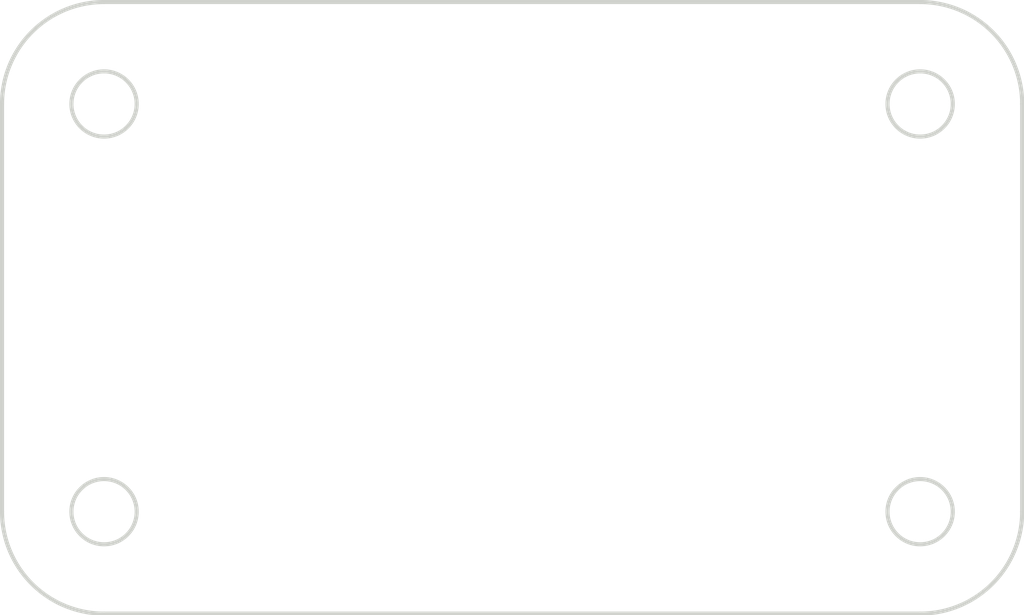
<source format=kicad_pcb>
(kicad_pcb
	(version 20241229)
	(generator "pcbnew")
	(generator_version "9.0")
	(general
		(thickness 1.6)
		(legacy_teardrops no)
	)
	(paper "A4")
	(layers
		(0 "F.Cu" signal)
		(2 "B.Cu" signal)
		(9 "F.Adhes" user "F.Adhesive")
		(11 "B.Adhes" user "B.Adhesive")
		(13 "F.Paste" user)
		(15 "B.Paste" user)
		(5 "F.SilkS" user "F.Silkscreen")
		(7 "B.SilkS" user "B.Silkscreen")
		(1 "F.Mask" user)
		(3 "B.Mask" user)
		(17 "Dwgs.User" user "User.Drawings")
		(19 "Cmts.User" user "User.Comments")
		(21 "Eco1.User" user "User.Eco1")
		(23 "Eco2.User" user "User.Eco2")
		(25 "Edge.Cuts" user)
		(27 "Margin" user)
		(31 "F.CrtYd" user "F.Courtyard")
		(29 "B.CrtYd" user "B.Courtyard")
		(35 "F.Fab" user)
		(33 "B.Fab" user)
		(39 "User.1" user)
		(41 "User.2" user)
		(43 "User.3" user)
		(45 "User.4" user)
	)
	(setup
		(pad_to_mask_clearance 0)
		(allow_soldermask_bridges_in_footprints no)
		(tenting front back)
		(grid_origin 106.75 89.55)
		(pcbplotparams
			(layerselection 0x00000000_00000000_55555555_5755f5ff)
			(plot_on_all_layers_selection 0x00000000_00000000_00000000_00000000)
			(disableapertmacros no)
			(usegerberextensions no)
			(usegerberattributes yes)
			(usegerberadvancedattributes yes)
			(creategerberjobfile yes)
			(dashed_line_dash_ratio 12.000000)
			(dashed_line_gap_ratio 3.000000)
			(svgprecision 4)
			(plotframeref no)
			(mode 1)
			(useauxorigin no)
			(hpglpennumber 1)
			(hpglpenspeed 20)
			(hpglpendiameter 15.000000)
			(pdf_front_fp_property_popups yes)
			(pdf_back_fp_property_popups yes)
			(pdf_metadata yes)
			(pdf_single_document no)
			(dxfpolygonmode yes)
			(dxfimperialunits yes)
			(dxfusepcbnewfont yes)
			(psnegative no)
			(psa4output no)
			(plot_black_and_white yes)
			(sketchpadsonfab no)
			(plotpadnumbers no)
			(hidednponfab no)
			(sketchdnponfab yes)
			(crossoutdnponfab yes)
			(subtractmaskfromsilk no)
			(outputformat 1)
			(mirror no)
			(drillshape 1)
			(scaleselection 1)
			(outputdirectory "")
		)
	)
	(net 0 "")
	(gr_line
		(start 151.75 109.55)
		(end 151.75 89.549999)
		(stroke
			(width 0.2)
			(type default)
		)
		(layer "Edge.Cuts")
		(uuid "0274643f-f4a8-4664-9f9f-fc61de240484")
	)
	(gr_arc
		(start 151.75 109.55)
		(mid 150.285534 113.085534)
		(end 146.750001 114.55)
		(stroke
			(width 0.2)
			(type default)
		)
		(layer "Edge.Cuts")
		(uuid "05d0f113-62c6-4bec-a471-b4e13be39029")
	)
	(gr_circle
		(center 106.75 89.55)
		(end 108.35 89.55)
		(stroke
			(width 0.2)
			(type default)
		)
		(fill no)
		(layer "Edge.Cuts")
		(uuid "199e4b6b-80a3-48f9-9de4-8c03c091aee7")
	)
	(gr_line
		(start 101.75 89.55)
		(end 101.75 109.550001)
		(stroke
			(width 0.2)
			(type default)
		)
		(layer "Edge.Cuts")
		(uuid "2d9743c5-47e2-4c6b-8084-072d0a0d3512")
	)
	(gr_arc
		(start 106.750001 114.55)
		(mid 103.214466 113.085534)
		(end 101.75 109.550001)
		(stroke
			(width 0.2)
			(type default)
		)
		(layer "Edge.Cuts")
		(uuid "4215d36b-59f3-41eb-8900-9d78b4bf03e0")
	)
	(gr_line
		(start 106.750001 114.55)
		(end 146.750001 114.55)
		(stroke
			(width 0.2)
			(type default)
		)
		(layer "Edge.Cuts")
		(uuid "49a951ae-c065-40d7-9d9a-725914f101e8")
	)
	(gr_circle
		(center 146.75 89.55)
		(end 148.35 89.55)
		(stroke
			(width 0.2)
			(type default)
		)
		(fill no)
		(layer "Edge.Cuts")
		(uuid "5a96e38b-e1c6-495a-935c-e96dc2b94237")
	)
	(gr_circle
		(center 106.75 109.55)
		(end 108.35 109.55)
		(stroke
			(width 0.2)
			(type default)
		)
		(fill no)
		(layer "Edge.Cuts")
		(uuid "72da40ce-f07d-4285-9819-62cc3faef2d4")
	)
	(gr_arc
		(start 101.75 89.55)
		(mid 103.214466 86.014466)
		(end 106.750001 84.55)
		(stroke
			(width 0.2)
			(type default)
		)
		(layer "Edge.Cuts")
		(uuid "8472b3ea-6b71-43e9-a3cc-66042a8df718")
	)
	(gr_line
		(start 146.75 84.55)
		(end 106.750001 84.55)
		(stroke
			(width 0.2)
			(type default)
		)
		(layer "Edge.Cuts")
		(uuid "a4eb884b-bc66-4072-8c65-e3cc0683e883")
	)
	(gr_arc
		(start 146.75 84.55)
		(mid 150.285534 86.014466)
		(end 151.75 89.549999)
		(stroke
			(width 0.2)
			(type default)
		)
		(layer "Edge.Cuts")
		(uuid "ae95362c-faa9-48ee-9f9a-05f504b7b629")
	)
	(gr_circle
		(center 146.75 109.55)
		(end 148.35 109.55)
		(stroke
			(width 0.2)
			(type default)
		)
		(fill no)
		(layer "Edge.Cuts")
		(uuid "f59625f0-beb7-4d75-888d-f10570a32db5")
	)
	(group ""
		(uuid "4bf6720e-b57c-4ee2-8ea1-cb6608bf54e7")
		(members "0274643f-f4a8-4664-9f9f-fc61de240484" "05d0f113-62c6-4bec-a471-b4e13be39029"
			"199e4b6b-80a3-48f9-9de4-8c03c091aee7" "2d9743c5-47e2-4c6b-8084-072d0a0d3512"
			"4215d36b-59f3-41eb-8900-9d78b4bf03e0" "49a951ae-c065-40d7-9d9a-725914f101e8"
			"5a96e38b-e1c6-495a-935c-e96dc2b94237" "72da40ce-f07d-4285-9819-62cc3faef2d4"
			"8472b3ea-6b71-43e9-a3cc-66042a8df718" "a4eb884b-bc66-4072-8c65-e3cc0683e883"
			"ae95362c-faa9-48ee-9f9a-05f504b7b629" "f59625f0-beb7-4d75-888d-f10570a32db5"
		)
	)
	(embedded_fonts no)
)

</source>
